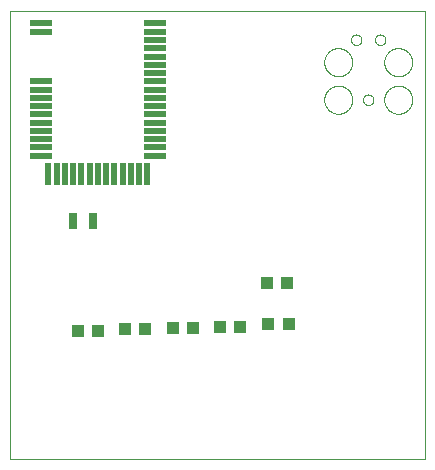
<source format=gtp>
G75*
%MOIN*%
%OFA0B0*%
%FSLAX25Y25*%
%IPPOS*%
%LPD*%
%AMOC8*
5,1,8,0,0,1.08239X$1,22.5*
%
%ADD10C,0.00000*%
%ADD11R,0.04331X0.03937*%
%ADD12R,0.03937X0.04331*%
%ADD13R,0.07283X0.01969*%
%ADD14R,0.01969X0.07283*%
%ADD15R,0.02756X0.05512*%
D10*
X0004867Y0001000D02*
X0004867Y0150331D01*
X0143095Y0150331D01*
X0143095Y0001000D01*
X0004867Y0001000D01*
X0109483Y0120685D02*
X0109485Y0120822D01*
X0109491Y0120958D01*
X0109501Y0121094D01*
X0109515Y0121230D01*
X0109533Y0121366D01*
X0109555Y0121501D01*
X0109580Y0121635D01*
X0109610Y0121768D01*
X0109644Y0121900D01*
X0109681Y0122032D01*
X0109722Y0122162D01*
X0109768Y0122291D01*
X0109816Y0122419D01*
X0109869Y0122545D01*
X0109925Y0122669D01*
X0109985Y0122792D01*
X0110048Y0122913D01*
X0110115Y0123032D01*
X0110185Y0123149D01*
X0110259Y0123265D01*
X0110336Y0123377D01*
X0110416Y0123488D01*
X0110500Y0123596D01*
X0110587Y0123702D01*
X0110676Y0123805D01*
X0110769Y0123905D01*
X0110864Y0124003D01*
X0110963Y0124098D01*
X0111064Y0124190D01*
X0111168Y0124278D01*
X0111274Y0124364D01*
X0111383Y0124447D01*
X0111494Y0124526D01*
X0111607Y0124603D01*
X0111723Y0124676D01*
X0111840Y0124745D01*
X0111960Y0124811D01*
X0112081Y0124873D01*
X0112205Y0124932D01*
X0112330Y0124988D01*
X0112456Y0125039D01*
X0112584Y0125087D01*
X0112713Y0125131D01*
X0112844Y0125172D01*
X0112976Y0125208D01*
X0113108Y0125241D01*
X0113242Y0125269D01*
X0113376Y0125294D01*
X0113511Y0125315D01*
X0113647Y0125332D01*
X0113783Y0125345D01*
X0113919Y0125354D01*
X0114056Y0125359D01*
X0114192Y0125360D01*
X0114329Y0125357D01*
X0114465Y0125350D01*
X0114601Y0125339D01*
X0114737Y0125324D01*
X0114872Y0125305D01*
X0115007Y0125282D01*
X0115141Y0125255D01*
X0115274Y0125225D01*
X0115406Y0125190D01*
X0115538Y0125152D01*
X0115667Y0125110D01*
X0115796Y0125064D01*
X0115923Y0125014D01*
X0116049Y0124960D01*
X0116173Y0124903D01*
X0116296Y0124843D01*
X0116416Y0124778D01*
X0116535Y0124711D01*
X0116651Y0124640D01*
X0116766Y0124565D01*
X0116878Y0124487D01*
X0116988Y0124406D01*
X0117096Y0124322D01*
X0117201Y0124234D01*
X0117303Y0124144D01*
X0117403Y0124051D01*
X0117500Y0123954D01*
X0117594Y0123855D01*
X0117685Y0123754D01*
X0117773Y0123649D01*
X0117858Y0123542D01*
X0117940Y0123433D01*
X0118019Y0123321D01*
X0118094Y0123207D01*
X0118166Y0123091D01*
X0118235Y0122973D01*
X0118300Y0122853D01*
X0118362Y0122731D01*
X0118420Y0122607D01*
X0118474Y0122482D01*
X0118525Y0122355D01*
X0118571Y0122227D01*
X0118615Y0122097D01*
X0118654Y0121966D01*
X0118690Y0121834D01*
X0118721Y0121701D01*
X0118749Y0121568D01*
X0118773Y0121433D01*
X0118793Y0121298D01*
X0118809Y0121162D01*
X0118821Y0121026D01*
X0118829Y0120890D01*
X0118833Y0120753D01*
X0118833Y0120617D01*
X0118829Y0120480D01*
X0118821Y0120344D01*
X0118809Y0120208D01*
X0118793Y0120072D01*
X0118773Y0119937D01*
X0118749Y0119802D01*
X0118721Y0119669D01*
X0118690Y0119536D01*
X0118654Y0119404D01*
X0118615Y0119273D01*
X0118571Y0119143D01*
X0118525Y0119015D01*
X0118474Y0118888D01*
X0118420Y0118763D01*
X0118362Y0118639D01*
X0118300Y0118517D01*
X0118235Y0118397D01*
X0118166Y0118279D01*
X0118094Y0118163D01*
X0118019Y0118049D01*
X0117940Y0117937D01*
X0117858Y0117828D01*
X0117773Y0117721D01*
X0117685Y0117616D01*
X0117594Y0117515D01*
X0117500Y0117416D01*
X0117403Y0117319D01*
X0117303Y0117226D01*
X0117201Y0117136D01*
X0117096Y0117048D01*
X0116988Y0116964D01*
X0116878Y0116883D01*
X0116766Y0116805D01*
X0116651Y0116730D01*
X0116535Y0116659D01*
X0116416Y0116592D01*
X0116296Y0116527D01*
X0116173Y0116467D01*
X0116049Y0116410D01*
X0115923Y0116356D01*
X0115796Y0116306D01*
X0115667Y0116260D01*
X0115538Y0116218D01*
X0115406Y0116180D01*
X0115274Y0116145D01*
X0115141Y0116115D01*
X0115007Y0116088D01*
X0114872Y0116065D01*
X0114737Y0116046D01*
X0114601Y0116031D01*
X0114465Y0116020D01*
X0114329Y0116013D01*
X0114192Y0116010D01*
X0114056Y0116011D01*
X0113919Y0116016D01*
X0113783Y0116025D01*
X0113647Y0116038D01*
X0113511Y0116055D01*
X0113376Y0116076D01*
X0113242Y0116101D01*
X0113108Y0116129D01*
X0112976Y0116162D01*
X0112844Y0116198D01*
X0112713Y0116239D01*
X0112584Y0116283D01*
X0112456Y0116331D01*
X0112330Y0116382D01*
X0112205Y0116438D01*
X0112081Y0116497D01*
X0111960Y0116559D01*
X0111840Y0116625D01*
X0111723Y0116694D01*
X0111607Y0116767D01*
X0111494Y0116844D01*
X0111383Y0116923D01*
X0111274Y0117006D01*
X0111168Y0117092D01*
X0111064Y0117180D01*
X0110963Y0117272D01*
X0110864Y0117367D01*
X0110769Y0117465D01*
X0110676Y0117565D01*
X0110587Y0117668D01*
X0110500Y0117774D01*
X0110416Y0117882D01*
X0110336Y0117993D01*
X0110259Y0118105D01*
X0110185Y0118221D01*
X0110115Y0118338D01*
X0110048Y0118457D01*
X0109985Y0118578D01*
X0109925Y0118701D01*
X0109869Y0118825D01*
X0109816Y0118951D01*
X0109768Y0119079D01*
X0109722Y0119208D01*
X0109681Y0119338D01*
X0109644Y0119470D01*
X0109610Y0119602D01*
X0109580Y0119735D01*
X0109555Y0119869D01*
X0109533Y0120004D01*
X0109515Y0120140D01*
X0109501Y0120276D01*
X0109491Y0120412D01*
X0109485Y0120548D01*
X0109483Y0120685D01*
X0109483Y0133185D02*
X0109485Y0133322D01*
X0109491Y0133458D01*
X0109501Y0133594D01*
X0109515Y0133730D01*
X0109533Y0133866D01*
X0109555Y0134001D01*
X0109580Y0134135D01*
X0109610Y0134268D01*
X0109644Y0134400D01*
X0109681Y0134532D01*
X0109722Y0134662D01*
X0109768Y0134791D01*
X0109816Y0134919D01*
X0109869Y0135045D01*
X0109925Y0135169D01*
X0109985Y0135292D01*
X0110048Y0135413D01*
X0110115Y0135532D01*
X0110185Y0135649D01*
X0110259Y0135765D01*
X0110336Y0135877D01*
X0110416Y0135988D01*
X0110500Y0136096D01*
X0110587Y0136202D01*
X0110676Y0136305D01*
X0110769Y0136405D01*
X0110864Y0136503D01*
X0110963Y0136598D01*
X0111064Y0136690D01*
X0111168Y0136778D01*
X0111274Y0136864D01*
X0111383Y0136947D01*
X0111494Y0137026D01*
X0111607Y0137103D01*
X0111723Y0137176D01*
X0111840Y0137245D01*
X0111960Y0137311D01*
X0112081Y0137373D01*
X0112205Y0137432D01*
X0112330Y0137488D01*
X0112456Y0137539D01*
X0112584Y0137587D01*
X0112713Y0137631D01*
X0112844Y0137672D01*
X0112976Y0137708D01*
X0113108Y0137741D01*
X0113242Y0137769D01*
X0113376Y0137794D01*
X0113511Y0137815D01*
X0113647Y0137832D01*
X0113783Y0137845D01*
X0113919Y0137854D01*
X0114056Y0137859D01*
X0114192Y0137860D01*
X0114329Y0137857D01*
X0114465Y0137850D01*
X0114601Y0137839D01*
X0114737Y0137824D01*
X0114872Y0137805D01*
X0115007Y0137782D01*
X0115141Y0137755D01*
X0115274Y0137725D01*
X0115406Y0137690D01*
X0115538Y0137652D01*
X0115667Y0137610D01*
X0115796Y0137564D01*
X0115923Y0137514D01*
X0116049Y0137460D01*
X0116173Y0137403D01*
X0116296Y0137343D01*
X0116416Y0137278D01*
X0116535Y0137211D01*
X0116651Y0137140D01*
X0116766Y0137065D01*
X0116878Y0136987D01*
X0116988Y0136906D01*
X0117096Y0136822D01*
X0117201Y0136734D01*
X0117303Y0136644D01*
X0117403Y0136551D01*
X0117500Y0136454D01*
X0117594Y0136355D01*
X0117685Y0136254D01*
X0117773Y0136149D01*
X0117858Y0136042D01*
X0117940Y0135933D01*
X0118019Y0135821D01*
X0118094Y0135707D01*
X0118166Y0135591D01*
X0118235Y0135473D01*
X0118300Y0135353D01*
X0118362Y0135231D01*
X0118420Y0135107D01*
X0118474Y0134982D01*
X0118525Y0134855D01*
X0118571Y0134727D01*
X0118615Y0134597D01*
X0118654Y0134466D01*
X0118690Y0134334D01*
X0118721Y0134201D01*
X0118749Y0134068D01*
X0118773Y0133933D01*
X0118793Y0133798D01*
X0118809Y0133662D01*
X0118821Y0133526D01*
X0118829Y0133390D01*
X0118833Y0133253D01*
X0118833Y0133117D01*
X0118829Y0132980D01*
X0118821Y0132844D01*
X0118809Y0132708D01*
X0118793Y0132572D01*
X0118773Y0132437D01*
X0118749Y0132302D01*
X0118721Y0132169D01*
X0118690Y0132036D01*
X0118654Y0131904D01*
X0118615Y0131773D01*
X0118571Y0131643D01*
X0118525Y0131515D01*
X0118474Y0131388D01*
X0118420Y0131263D01*
X0118362Y0131139D01*
X0118300Y0131017D01*
X0118235Y0130897D01*
X0118166Y0130779D01*
X0118094Y0130663D01*
X0118019Y0130549D01*
X0117940Y0130437D01*
X0117858Y0130328D01*
X0117773Y0130221D01*
X0117685Y0130116D01*
X0117594Y0130015D01*
X0117500Y0129916D01*
X0117403Y0129819D01*
X0117303Y0129726D01*
X0117201Y0129636D01*
X0117096Y0129548D01*
X0116988Y0129464D01*
X0116878Y0129383D01*
X0116766Y0129305D01*
X0116651Y0129230D01*
X0116535Y0129159D01*
X0116416Y0129092D01*
X0116296Y0129027D01*
X0116173Y0128967D01*
X0116049Y0128910D01*
X0115923Y0128856D01*
X0115796Y0128806D01*
X0115667Y0128760D01*
X0115538Y0128718D01*
X0115406Y0128680D01*
X0115274Y0128645D01*
X0115141Y0128615D01*
X0115007Y0128588D01*
X0114872Y0128565D01*
X0114737Y0128546D01*
X0114601Y0128531D01*
X0114465Y0128520D01*
X0114329Y0128513D01*
X0114192Y0128510D01*
X0114056Y0128511D01*
X0113919Y0128516D01*
X0113783Y0128525D01*
X0113647Y0128538D01*
X0113511Y0128555D01*
X0113376Y0128576D01*
X0113242Y0128601D01*
X0113108Y0128629D01*
X0112976Y0128662D01*
X0112844Y0128698D01*
X0112713Y0128739D01*
X0112584Y0128783D01*
X0112456Y0128831D01*
X0112330Y0128882D01*
X0112205Y0128938D01*
X0112081Y0128997D01*
X0111960Y0129059D01*
X0111840Y0129125D01*
X0111723Y0129194D01*
X0111607Y0129267D01*
X0111494Y0129344D01*
X0111383Y0129423D01*
X0111274Y0129506D01*
X0111168Y0129592D01*
X0111064Y0129680D01*
X0110963Y0129772D01*
X0110864Y0129867D01*
X0110769Y0129965D01*
X0110676Y0130065D01*
X0110587Y0130168D01*
X0110500Y0130274D01*
X0110416Y0130382D01*
X0110336Y0130493D01*
X0110259Y0130605D01*
X0110185Y0130721D01*
X0110115Y0130838D01*
X0110048Y0130957D01*
X0109985Y0131078D01*
X0109925Y0131201D01*
X0109869Y0131325D01*
X0109816Y0131451D01*
X0109768Y0131579D01*
X0109722Y0131708D01*
X0109681Y0131838D01*
X0109644Y0131970D01*
X0109610Y0132102D01*
X0109580Y0132235D01*
X0109555Y0132369D01*
X0109533Y0132504D01*
X0109515Y0132640D01*
X0109501Y0132776D01*
X0109491Y0132912D01*
X0109485Y0133048D01*
X0109483Y0133185D01*
X0118408Y0140685D02*
X0118410Y0140768D01*
X0118416Y0140851D01*
X0118426Y0140934D01*
X0118440Y0141016D01*
X0118457Y0141098D01*
X0118479Y0141178D01*
X0118504Y0141257D01*
X0118533Y0141335D01*
X0118566Y0141412D01*
X0118603Y0141487D01*
X0118642Y0141560D01*
X0118686Y0141631D01*
X0118732Y0141700D01*
X0118782Y0141767D01*
X0118835Y0141831D01*
X0118891Y0141893D01*
X0118950Y0141952D01*
X0119012Y0142008D01*
X0119076Y0142061D01*
X0119143Y0142111D01*
X0119212Y0142157D01*
X0119283Y0142201D01*
X0119356Y0142240D01*
X0119431Y0142277D01*
X0119508Y0142310D01*
X0119586Y0142339D01*
X0119665Y0142364D01*
X0119745Y0142386D01*
X0119827Y0142403D01*
X0119909Y0142417D01*
X0119992Y0142427D01*
X0120075Y0142433D01*
X0120158Y0142435D01*
X0120241Y0142433D01*
X0120324Y0142427D01*
X0120407Y0142417D01*
X0120489Y0142403D01*
X0120571Y0142386D01*
X0120651Y0142364D01*
X0120730Y0142339D01*
X0120808Y0142310D01*
X0120885Y0142277D01*
X0120960Y0142240D01*
X0121033Y0142201D01*
X0121104Y0142157D01*
X0121173Y0142111D01*
X0121240Y0142061D01*
X0121304Y0142008D01*
X0121366Y0141952D01*
X0121425Y0141893D01*
X0121481Y0141831D01*
X0121534Y0141767D01*
X0121584Y0141700D01*
X0121630Y0141631D01*
X0121674Y0141560D01*
X0121713Y0141487D01*
X0121750Y0141412D01*
X0121783Y0141335D01*
X0121812Y0141257D01*
X0121837Y0141178D01*
X0121859Y0141098D01*
X0121876Y0141016D01*
X0121890Y0140934D01*
X0121900Y0140851D01*
X0121906Y0140768D01*
X0121908Y0140685D01*
X0121906Y0140602D01*
X0121900Y0140519D01*
X0121890Y0140436D01*
X0121876Y0140354D01*
X0121859Y0140272D01*
X0121837Y0140192D01*
X0121812Y0140113D01*
X0121783Y0140035D01*
X0121750Y0139958D01*
X0121713Y0139883D01*
X0121674Y0139810D01*
X0121630Y0139739D01*
X0121584Y0139670D01*
X0121534Y0139603D01*
X0121481Y0139539D01*
X0121425Y0139477D01*
X0121366Y0139418D01*
X0121304Y0139362D01*
X0121240Y0139309D01*
X0121173Y0139259D01*
X0121104Y0139213D01*
X0121033Y0139169D01*
X0120960Y0139130D01*
X0120885Y0139093D01*
X0120808Y0139060D01*
X0120730Y0139031D01*
X0120651Y0139006D01*
X0120571Y0138984D01*
X0120489Y0138967D01*
X0120407Y0138953D01*
X0120324Y0138943D01*
X0120241Y0138937D01*
X0120158Y0138935D01*
X0120075Y0138937D01*
X0119992Y0138943D01*
X0119909Y0138953D01*
X0119827Y0138967D01*
X0119745Y0138984D01*
X0119665Y0139006D01*
X0119586Y0139031D01*
X0119508Y0139060D01*
X0119431Y0139093D01*
X0119356Y0139130D01*
X0119283Y0139169D01*
X0119212Y0139213D01*
X0119143Y0139259D01*
X0119076Y0139309D01*
X0119012Y0139362D01*
X0118950Y0139418D01*
X0118891Y0139477D01*
X0118835Y0139539D01*
X0118782Y0139603D01*
X0118732Y0139670D01*
X0118686Y0139739D01*
X0118642Y0139810D01*
X0118603Y0139883D01*
X0118566Y0139958D01*
X0118533Y0140035D01*
X0118504Y0140113D01*
X0118479Y0140192D01*
X0118457Y0140272D01*
X0118440Y0140354D01*
X0118426Y0140436D01*
X0118416Y0140519D01*
X0118410Y0140602D01*
X0118408Y0140685D01*
X0126408Y0140685D02*
X0126410Y0140768D01*
X0126416Y0140851D01*
X0126426Y0140934D01*
X0126440Y0141016D01*
X0126457Y0141098D01*
X0126479Y0141178D01*
X0126504Y0141257D01*
X0126533Y0141335D01*
X0126566Y0141412D01*
X0126603Y0141487D01*
X0126642Y0141560D01*
X0126686Y0141631D01*
X0126732Y0141700D01*
X0126782Y0141767D01*
X0126835Y0141831D01*
X0126891Y0141893D01*
X0126950Y0141952D01*
X0127012Y0142008D01*
X0127076Y0142061D01*
X0127143Y0142111D01*
X0127212Y0142157D01*
X0127283Y0142201D01*
X0127356Y0142240D01*
X0127431Y0142277D01*
X0127508Y0142310D01*
X0127586Y0142339D01*
X0127665Y0142364D01*
X0127745Y0142386D01*
X0127827Y0142403D01*
X0127909Y0142417D01*
X0127992Y0142427D01*
X0128075Y0142433D01*
X0128158Y0142435D01*
X0128241Y0142433D01*
X0128324Y0142427D01*
X0128407Y0142417D01*
X0128489Y0142403D01*
X0128571Y0142386D01*
X0128651Y0142364D01*
X0128730Y0142339D01*
X0128808Y0142310D01*
X0128885Y0142277D01*
X0128960Y0142240D01*
X0129033Y0142201D01*
X0129104Y0142157D01*
X0129173Y0142111D01*
X0129240Y0142061D01*
X0129304Y0142008D01*
X0129366Y0141952D01*
X0129425Y0141893D01*
X0129481Y0141831D01*
X0129534Y0141767D01*
X0129584Y0141700D01*
X0129630Y0141631D01*
X0129674Y0141560D01*
X0129713Y0141487D01*
X0129750Y0141412D01*
X0129783Y0141335D01*
X0129812Y0141257D01*
X0129837Y0141178D01*
X0129859Y0141098D01*
X0129876Y0141016D01*
X0129890Y0140934D01*
X0129900Y0140851D01*
X0129906Y0140768D01*
X0129908Y0140685D01*
X0129906Y0140602D01*
X0129900Y0140519D01*
X0129890Y0140436D01*
X0129876Y0140354D01*
X0129859Y0140272D01*
X0129837Y0140192D01*
X0129812Y0140113D01*
X0129783Y0140035D01*
X0129750Y0139958D01*
X0129713Y0139883D01*
X0129674Y0139810D01*
X0129630Y0139739D01*
X0129584Y0139670D01*
X0129534Y0139603D01*
X0129481Y0139539D01*
X0129425Y0139477D01*
X0129366Y0139418D01*
X0129304Y0139362D01*
X0129240Y0139309D01*
X0129173Y0139259D01*
X0129104Y0139213D01*
X0129033Y0139169D01*
X0128960Y0139130D01*
X0128885Y0139093D01*
X0128808Y0139060D01*
X0128730Y0139031D01*
X0128651Y0139006D01*
X0128571Y0138984D01*
X0128489Y0138967D01*
X0128407Y0138953D01*
X0128324Y0138943D01*
X0128241Y0138937D01*
X0128158Y0138935D01*
X0128075Y0138937D01*
X0127992Y0138943D01*
X0127909Y0138953D01*
X0127827Y0138967D01*
X0127745Y0138984D01*
X0127665Y0139006D01*
X0127586Y0139031D01*
X0127508Y0139060D01*
X0127431Y0139093D01*
X0127356Y0139130D01*
X0127283Y0139169D01*
X0127212Y0139213D01*
X0127143Y0139259D01*
X0127076Y0139309D01*
X0127012Y0139362D01*
X0126950Y0139418D01*
X0126891Y0139477D01*
X0126835Y0139539D01*
X0126782Y0139603D01*
X0126732Y0139670D01*
X0126686Y0139739D01*
X0126642Y0139810D01*
X0126603Y0139883D01*
X0126566Y0139958D01*
X0126533Y0140035D01*
X0126504Y0140113D01*
X0126479Y0140192D01*
X0126457Y0140272D01*
X0126440Y0140354D01*
X0126426Y0140436D01*
X0126416Y0140519D01*
X0126410Y0140602D01*
X0126408Y0140685D01*
X0129483Y0133185D02*
X0129485Y0133322D01*
X0129491Y0133458D01*
X0129501Y0133594D01*
X0129515Y0133730D01*
X0129533Y0133866D01*
X0129555Y0134001D01*
X0129580Y0134135D01*
X0129610Y0134268D01*
X0129644Y0134400D01*
X0129681Y0134532D01*
X0129722Y0134662D01*
X0129768Y0134791D01*
X0129816Y0134919D01*
X0129869Y0135045D01*
X0129925Y0135169D01*
X0129985Y0135292D01*
X0130048Y0135413D01*
X0130115Y0135532D01*
X0130185Y0135649D01*
X0130259Y0135765D01*
X0130336Y0135877D01*
X0130416Y0135988D01*
X0130500Y0136096D01*
X0130587Y0136202D01*
X0130676Y0136305D01*
X0130769Y0136405D01*
X0130864Y0136503D01*
X0130963Y0136598D01*
X0131064Y0136690D01*
X0131168Y0136778D01*
X0131274Y0136864D01*
X0131383Y0136947D01*
X0131494Y0137026D01*
X0131607Y0137103D01*
X0131723Y0137176D01*
X0131840Y0137245D01*
X0131960Y0137311D01*
X0132081Y0137373D01*
X0132205Y0137432D01*
X0132330Y0137488D01*
X0132456Y0137539D01*
X0132584Y0137587D01*
X0132713Y0137631D01*
X0132844Y0137672D01*
X0132976Y0137708D01*
X0133108Y0137741D01*
X0133242Y0137769D01*
X0133376Y0137794D01*
X0133511Y0137815D01*
X0133647Y0137832D01*
X0133783Y0137845D01*
X0133919Y0137854D01*
X0134056Y0137859D01*
X0134192Y0137860D01*
X0134329Y0137857D01*
X0134465Y0137850D01*
X0134601Y0137839D01*
X0134737Y0137824D01*
X0134872Y0137805D01*
X0135007Y0137782D01*
X0135141Y0137755D01*
X0135274Y0137725D01*
X0135406Y0137690D01*
X0135538Y0137652D01*
X0135667Y0137610D01*
X0135796Y0137564D01*
X0135923Y0137514D01*
X0136049Y0137460D01*
X0136173Y0137403D01*
X0136296Y0137343D01*
X0136416Y0137278D01*
X0136535Y0137211D01*
X0136651Y0137140D01*
X0136766Y0137065D01*
X0136878Y0136987D01*
X0136988Y0136906D01*
X0137096Y0136822D01*
X0137201Y0136734D01*
X0137303Y0136644D01*
X0137403Y0136551D01*
X0137500Y0136454D01*
X0137594Y0136355D01*
X0137685Y0136254D01*
X0137773Y0136149D01*
X0137858Y0136042D01*
X0137940Y0135933D01*
X0138019Y0135821D01*
X0138094Y0135707D01*
X0138166Y0135591D01*
X0138235Y0135473D01*
X0138300Y0135353D01*
X0138362Y0135231D01*
X0138420Y0135107D01*
X0138474Y0134982D01*
X0138525Y0134855D01*
X0138571Y0134727D01*
X0138615Y0134597D01*
X0138654Y0134466D01*
X0138690Y0134334D01*
X0138721Y0134201D01*
X0138749Y0134068D01*
X0138773Y0133933D01*
X0138793Y0133798D01*
X0138809Y0133662D01*
X0138821Y0133526D01*
X0138829Y0133390D01*
X0138833Y0133253D01*
X0138833Y0133117D01*
X0138829Y0132980D01*
X0138821Y0132844D01*
X0138809Y0132708D01*
X0138793Y0132572D01*
X0138773Y0132437D01*
X0138749Y0132302D01*
X0138721Y0132169D01*
X0138690Y0132036D01*
X0138654Y0131904D01*
X0138615Y0131773D01*
X0138571Y0131643D01*
X0138525Y0131515D01*
X0138474Y0131388D01*
X0138420Y0131263D01*
X0138362Y0131139D01*
X0138300Y0131017D01*
X0138235Y0130897D01*
X0138166Y0130779D01*
X0138094Y0130663D01*
X0138019Y0130549D01*
X0137940Y0130437D01*
X0137858Y0130328D01*
X0137773Y0130221D01*
X0137685Y0130116D01*
X0137594Y0130015D01*
X0137500Y0129916D01*
X0137403Y0129819D01*
X0137303Y0129726D01*
X0137201Y0129636D01*
X0137096Y0129548D01*
X0136988Y0129464D01*
X0136878Y0129383D01*
X0136766Y0129305D01*
X0136651Y0129230D01*
X0136535Y0129159D01*
X0136416Y0129092D01*
X0136296Y0129027D01*
X0136173Y0128967D01*
X0136049Y0128910D01*
X0135923Y0128856D01*
X0135796Y0128806D01*
X0135667Y0128760D01*
X0135538Y0128718D01*
X0135406Y0128680D01*
X0135274Y0128645D01*
X0135141Y0128615D01*
X0135007Y0128588D01*
X0134872Y0128565D01*
X0134737Y0128546D01*
X0134601Y0128531D01*
X0134465Y0128520D01*
X0134329Y0128513D01*
X0134192Y0128510D01*
X0134056Y0128511D01*
X0133919Y0128516D01*
X0133783Y0128525D01*
X0133647Y0128538D01*
X0133511Y0128555D01*
X0133376Y0128576D01*
X0133242Y0128601D01*
X0133108Y0128629D01*
X0132976Y0128662D01*
X0132844Y0128698D01*
X0132713Y0128739D01*
X0132584Y0128783D01*
X0132456Y0128831D01*
X0132330Y0128882D01*
X0132205Y0128938D01*
X0132081Y0128997D01*
X0131960Y0129059D01*
X0131840Y0129125D01*
X0131723Y0129194D01*
X0131607Y0129267D01*
X0131494Y0129344D01*
X0131383Y0129423D01*
X0131274Y0129506D01*
X0131168Y0129592D01*
X0131064Y0129680D01*
X0130963Y0129772D01*
X0130864Y0129867D01*
X0130769Y0129965D01*
X0130676Y0130065D01*
X0130587Y0130168D01*
X0130500Y0130274D01*
X0130416Y0130382D01*
X0130336Y0130493D01*
X0130259Y0130605D01*
X0130185Y0130721D01*
X0130115Y0130838D01*
X0130048Y0130957D01*
X0129985Y0131078D01*
X0129925Y0131201D01*
X0129869Y0131325D01*
X0129816Y0131451D01*
X0129768Y0131579D01*
X0129722Y0131708D01*
X0129681Y0131838D01*
X0129644Y0131970D01*
X0129610Y0132102D01*
X0129580Y0132235D01*
X0129555Y0132369D01*
X0129533Y0132504D01*
X0129515Y0132640D01*
X0129501Y0132776D01*
X0129491Y0132912D01*
X0129485Y0133048D01*
X0129483Y0133185D01*
X0129483Y0120685D02*
X0129485Y0120822D01*
X0129491Y0120958D01*
X0129501Y0121094D01*
X0129515Y0121230D01*
X0129533Y0121366D01*
X0129555Y0121501D01*
X0129580Y0121635D01*
X0129610Y0121768D01*
X0129644Y0121900D01*
X0129681Y0122032D01*
X0129722Y0122162D01*
X0129768Y0122291D01*
X0129816Y0122419D01*
X0129869Y0122545D01*
X0129925Y0122669D01*
X0129985Y0122792D01*
X0130048Y0122913D01*
X0130115Y0123032D01*
X0130185Y0123149D01*
X0130259Y0123265D01*
X0130336Y0123377D01*
X0130416Y0123488D01*
X0130500Y0123596D01*
X0130587Y0123702D01*
X0130676Y0123805D01*
X0130769Y0123905D01*
X0130864Y0124003D01*
X0130963Y0124098D01*
X0131064Y0124190D01*
X0131168Y0124278D01*
X0131274Y0124364D01*
X0131383Y0124447D01*
X0131494Y0124526D01*
X0131607Y0124603D01*
X0131723Y0124676D01*
X0131840Y0124745D01*
X0131960Y0124811D01*
X0132081Y0124873D01*
X0132205Y0124932D01*
X0132330Y0124988D01*
X0132456Y0125039D01*
X0132584Y0125087D01*
X0132713Y0125131D01*
X0132844Y0125172D01*
X0132976Y0125208D01*
X0133108Y0125241D01*
X0133242Y0125269D01*
X0133376Y0125294D01*
X0133511Y0125315D01*
X0133647Y0125332D01*
X0133783Y0125345D01*
X0133919Y0125354D01*
X0134056Y0125359D01*
X0134192Y0125360D01*
X0134329Y0125357D01*
X0134465Y0125350D01*
X0134601Y0125339D01*
X0134737Y0125324D01*
X0134872Y0125305D01*
X0135007Y0125282D01*
X0135141Y0125255D01*
X0135274Y0125225D01*
X0135406Y0125190D01*
X0135538Y0125152D01*
X0135667Y0125110D01*
X0135796Y0125064D01*
X0135923Y0125014D01*
X0136049Y0124960D01*
X0136173Y0124903D01*
X0136296Y0124843D01*
X0136416Y0124778D01*
X0136535Y0124711D01*
X0136651Y0124640D01*
X0136766Y0124565D01*
X0136878Y0124487D01*
X0136988Y0124406D01*
X0137096Y0124322D01*
X0137201Y0124234D01*
X0137303Y0124144D01*
X0137403Y0124051D01*
X0137500Y0123954D01*
X0137594Y0123855D01*
X0137685Y0123754D01*
X0137773Y0123649D01*
X0137858Y0123542D01*
X0137940Y0123433D01*
X0138019Y0123321D01*
X0138094Y0123207D01*
X0138166Y0123091D01*
X0138235Y0122973D01*
X0138300Y0122853D01*
X0138362Y0122731D01*
X0138420Y0122607D01*
X0138474Y0122482D01*
X0138525Y0122355D01*
X0138571Y0122227D01*
X0138615Y0122097D01*
X0138654Y0121966D01*
X0138690Y0121834D01*
X0138721Y0121701D01*
X0138749Y0121568D01*
X0138773Y0121433D01*
X0138793Y0121298D01*
X0138809Y0121162D01*
X0138821Y0121026D01*
X0138829Y0120890D01*
X0138833Y0120753D01*
X0138833Y0120617D01*
X0138829Y0120480D01*
X0138821Y0120344D01*
X0138809Y0120208D01*
X0138793Y0120072D01*
X0138773Y0119937D01*
X0138749Y0119802D01*
X0138721Y0119669D01*
X0138690Y0119536D01*
X0138654Y0119404D01*
X0138615Y0119273D01*
X0138571Y0119143D01*
X0138525Y0119015D01*
X0138474Y0118888D01*
X0138420Y0118763D01*
X0138362Y0118639D01*
X0138300Y0118517D01*
X0138235Y0118397D01*
X0138166Y0118279D01*
X0138094Y0118163D01*
X0138019Y0118049D01*
X0137940Y0117937D01*
X0137858Y0117828D01*
X0137773Y0117721D01*
X0137685Y0117616D01*
X0137594Y0117515D01*
X0137500Y0117416D01*
X0137403Y0117319D01*
X0137303Y0117226D01*
X0137201Y0117136D01*
X0137096Y0117048D01*
X0136988Y0116964D01*
X0136878Y0116883D01*
X0136766Y0116805D01*
X0136651Y0116730D01*
X0136535Y0116659D01*
X0136416Y0116592D01*
X0136296Y0116527D01*
X0136173Y0116467D01*
X0136049Y0116410D01*
X0135923Y0116356D01*
X0135796Y0116306D01*
X0135667Y0116260D01*
X0135538Y0116218D01*
X0135406Y0116180D01*
X0135274Y0116145D01*
X0135141Y0116115D01*
X0135007Y0116088D01*
X0134872Y0116065D01*
X0134737Y0116046D01*
X0134601Y0116031D01*
X0134465Y0116020D01*
X0134329Y0116013D01*
X0134192Y0116010D01*
X0134056Y0116011D01*
X0133919Y0116016D01*
X0133783Y0116025D01*
X0133647Y0116038D01*
X0133511Y0116055D01*
X0133376Y0116076D01*
X0133242Y0116101D01*
X0133108Y0116129D01*
X0132976Y0116162D01*
X0132844Y0116198D01*
X0132713Y0116239D01*
X0132584Y0116283D01*
X0132456Y0116331D01*
X0132330Y0116382D01*
X0132205Y0116438D01*
X0132081Y0116497D01*
X0131960Y0116559D01*
X0131840Y0116625D01*
X0131723Y0116694D01*
X0131607Y0116767D01*
X0131494Y0116844D01*
X0131383Y0116923D01*
X0131274Y0117006D01*
X0131168Y0117092D01*
X0131064Y0117180D01*
X0130963Y0117272D01*
X0130864Y0117367D01*
X0130769Y0117465D01*
X0130676Y0117565D01*
X0130587Y0117668D01*
X0130500Y0117774D01*
X0130416Y0117882D01*
X0130336Y0117993D01*
X0130259Y0118105D01*
X0130185Y0118221D01*
X0130115Y0118338D01*
X0130048Y0118457D01*
X0129985Y0118578D01*
X0129925Y0118701D01*
X0129869Y0118825D01*
X0129816Y0118951D01*
X0129768Y0119079D01*
X0129722Y0119208D01*
X0129681Y0119338D01*
X0129644Y0119470D01*
X0129610Y0119602D01*
X0129580Y0119735D01*
X0129555Y0119869D01*
X0129533Y0120004D01*
X0129515Y0120140D01*
X0129501Y0120276D01*
X0129491Y0120412D01*
X0129485Y0120548D01*
X0129483Y0120685D01*
X0122408Y0120685D02*
X0122410Y0120768D01*
X0122416Y0120851D01*
X0122426Y0120934D01*
X0122440Y0121016D01*
X0122457Y0121098D01*
X0122479Y0121178D01*
X0122504Y0121257D01*
X0122533Y0121335D01*
X0122566Y0121412D01*
X0122603Y0121487D01*
X0122642Y0121560D01*
X0122686Y0121631D01*
X0122732Y0121700D01*
X0122782Y0121767D01*
X0122835Y0121831D01*
X0122891Y0121893D01*
X0122950Y0121952D01*
X0123012Y0122008D01*
X0123076Y0122061D01*
X0123143Y0122111D01*
X0123212Y0122157D01*
X0123283Y0122201D01*
X0123356Y0122240D01*
X0123431Y0122277D01*
X0123508Y0122310D01*
X0123586Y0122339D01*
X0123665Y0122364D01*
X0123745Y0122386D01*
X0123827Y0122403D01*
X0123909Y0122417D01*
X0123992Y0122427D01*
X0124075Y0122433D01*
X0124158Y0122435D01*
X0124241Y0122433D01*
X0124324Y0122427D01*
X0124407Y0122417D01*
X0124489Y0122403D01*
X0124571Y0122386D01*
X0124651Y0122364D01*
X0124730Y0122339D01*
X0124808Y0122310D01*
X0124885Y0122277D01*
X0124960Y0122240D01*
X0125033Y0122201D01*
X0125104Y0122157D01*
X0125173Y0122111D01*
X0125240Y0122061D01*
X0125304Y0122008D01*
X0125366Y0121952D01*
X0125425Y0121893D01*
X0125481Y0121831D01*
X0125534Y0121767D01*
X0125584Y0121700D01*
X0125630Y0121631D01*
X0125674Y0121560D01*
X0125713Y0121487D01*
X0125750Y0121412D01*
X0125783Y0121335D01*
X0125812Y0121257D01*
X0125837Y0121178D01*
X0125859Y0121098D01*
X0125876Y0121016D01*
X0125890Y0120934D01*
X0125900Y0120851D01*
X0125906Y0120768D01*
X0125908Y0120685D01*
X0125906Y0120602D01*
X0125900Y0120519D01*
X0125890Y0120436D01*
X0125876Y0120354D01*
X0125859Y0120272D01*
X0125837Y0120192D01*
X0125812Y0120113D01*
X0125783Y0120035D01*
X0125750Y0119958D01*
X0125713Y0119883D01*
X0125674Y0119810D01*
X0125630Y0119739D01*
X0125584Y0119670D01*
X0125534Y0119603D01*
X0125481Y0119539D01*
X0125425Y0119477D01*
X0125366Y0119418D01*
X0125304Y0119362D01*
X0125240Y0119309D01*
X0125173Y0119259D01*
X0125104Y0119213D01*
X0125033Y0119169D01*
X0124960Y0119130D01*
X0124885Y0119093D01*
X0124808Y0119060D01*
X0124730Y0119031D01*
X0124651Y0119006D01*
X0124571Y0118984D01*
X0124489Y0118967D01*
X0124407Y0118953D01*
X0124324Y0118943D01*
X0124241Y0118937D01*
X0124158Y0118935D01*
X0124075Y0118937D01*
X0123992Y0118943D01*
X0123909Y0118953D01*
X0123827Y0118967D01*
X0123745Y0118984D01*
X0123665Y0119006D01*
X0123586Y0119031D01*
X0123508Y0119060D01*
X0123431Y0119093D01*
X0123356Y0119130D01*
X0123283Y0119169D01*
X0123212Y0119213D01*
X0123143Y0119259D01*
X0123076Y0119309D01*
X0123012Y0119362D01*
X0122950Y0119418D01*
X0122891Y0119477D01*
X0122835Y0119539D01*
X0122782Y0119603D01*
X0122732Y0119670D01*
X0122686Y0119739D01*
X0122642Y0119810D01*
X0122603Y0119883D01*
X0122566Y0119958D01*
X0122533Y0120035D01*
X0122504Y0120113D01*
X0122479Y0120192D01*
X0122457Y0120272D01*
X0122440Y0120354D01*
X0122426Y0120436D01*
X0122416Y0120519D01*
X0122410Y0120602D01*
X0122408Y0120685D01*
D11*
X0097583Y0045882D03*
X0090890Y0045882D03*
X0081402Y0044937D03*
X0074709Y0044937D03*
X0065654Y0044504D03*
X0058961Y0044504D03*
X0049906Y0044189D03*
X0043213Y0044189D03*
X0034158Y0043559D03*
X0027465Y0043559D03*
D12*
X0090457Y0059622D03*
X0097150Y0059622D03*
D13*
X0053174Y0102024D03*
X0053174Y0104780D03*
X0053174Y0107535D03*
X0053174Y0110291D03*
X0053174Y0113047D03*
X0053174Y0115803D03*
X0053174Y0118559D03*
X0053174Y0121315D03*
X0053174Y0124071D03*
X0053174Y0126827D03*
X0053174Y0129583D03*
X0053174Y0132339D03*
X0053174Y0135094D03*
X0053174Y0137850D03*
X0053174Y0140606D03*
X0053174Y0143362D03*
X0053174Y0146118D03*
X0014985Y0146118D03*
X0014985Y0143362D03*
X0014985Y0126827D03*
X0014985Y0124071D03*
X0014985Y0121315D03*
X0014985Y0118559D03*
X0014985Y0115803D03*
X0014985Y0113047D03*
X0014985Y0110291D03*
X0014985Y0107535D03*
X0014985Y0104780D03*
X0014985Y0102024D03*
D14*
X0017504Y0096079D03*
X0020260Y0096079D03*
X0023016Y0096079D03*
X0025772Y0096079D03*
X0028528Y0096079D03*
X0031284Y0096079D03*
X0034040Y0096079D03*
X0036796Y0096079D03*
X0039552Y0096079D03*
X0042308Y0096079D03*
X0045064Y0096079D03*
X0047819Y0096079D03*
X0050575Y0096079D03*
D15*
X0032465Y0080370D03*
X0025772Y0080370D03*
M02*

</source>
